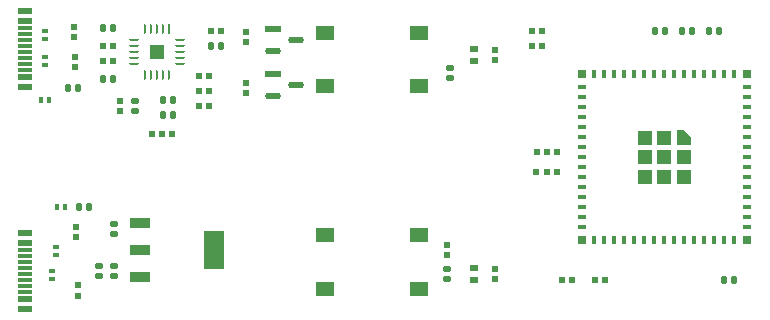
<source format=gtp>
G04*
G04 #@! TF.GenerationSoftware,Altium Limited,Altium Designer,24.10.1 (45)*
G04*
G04 Layer_Color=8421504*
%FSLAX25Y25*%
%MOIN*%
G70*
G04*
G04 #@! TF.SameCoordinates,F1117688-C2E4-4B3A-BF9F-62EBCE255B8A*
G04*
G04*
G04 #@! TF.FilePolarity,Positive*
G04*
G01*
G75*
%ADD15R,0.05104X0.05105*%
%ADD16R,0.02126X0.02362*%
%ADD17R,0.02362X0.02126*%
%ADD18R,0.02362X0.01378*%
G04:AMPARAMS|DCode=19|XSize=23.62mil|YSize=21.26mil|CornerRadius=5.63mil|HoleSize=0mil|Usage=FLASHONLY|Rotation=90.000|XOffset=0mil|YOffset=0mil|HoleType=Round|Shape=RoundedRectangle|*
%AMROUNDEDRECTD19*
21,1,0.02362,0.00999,0,0,90.0*
21,1,0.01235,0.02126,0,0,90.0*
1,1,0.01127,0.00500,0.00618*
1,1,0.01127,0.00500,-0.00618*
1,1,0.01127,-0.00500,-0.00618*
1,1,0.01127,-0.00500,0.00618*
%
%ADD19ROUNDEDRECTD19*%
G04:AMPARAMS|DCode=20|XSize=9.55mil|YSize=33.06mil|CornerRadius=4.77mil|HoleSize=0mil|Usage=FLASHONLY|Rotation=270.000|XOffset=0mil|YOffset=0mil|HoleType=Round|Shape=RoundedRectangle|*
%AMROUNDEDRECTD20*
21,1,0.00955,0.02351,0,0,270.0*
21,1,0.00000,0.03306,0,0,270.0*
1,1,0.00955,-0.01176,0.00000*
1,1,0.00955,-0.01176,0.00000*
1,1,0.00955,0.01176,0.00000*
1,1,0.00955,0.01176,0.00000*
%
%ADD20ROUNDEDRECTD20*%
%ADD21R,0.01575X0.03150*%
%ADD22R,0.00955X0.03306*%
G04:AMPARAMS|DCode=23|XSize=53.43mil|YSize=22.53mil|CornerRadius=11.26mil|HoleSize=0mil|Usage=FLASHONLY|Rotation=0.000|XOffset=0mil|YOffset=0mil|HoleType=Round|Shape=RoundedRectangle|*
%AMROUNDEDRECTD23*
21,1,0.05343,0.00000,0,0,0.0*
21,1,0.03091,0.02253,0,0,0.0*
1,1,0.02253,0.01545,0.00000*
1,1,0.02253,-0.01545,0.00000*
1,1,0.02253,-0.01545,0.00000*
1,1,0.02253,0.01545,0.00000*
%
%ADD23ROUNDEDRECTD23*%
G04:AMPARAMS|DCode=24|XSize=33.06mil|YSize=9.55mil|CornerRadius=4.77mil|HoleSize=0mil|Usage=FLASHONLY|Rotation=270.000|XOffset=0mil|YOffset=0mil|HoleType=Round|Shape=RoundedRectangle|*
%AMROUNDEDRECTD24*
21,1,0.03306,0.00000,0,0,270.0*
21,1,0.02351,0.00955,0,0,270.0*
1,1,0.00955,0.00000,-0.01176*
1,1,0.00955,0.00000,0.01176*
1,1,0.00955,0.00000,0.01176*
1,1,0.00955,0.00000,-0.01176*
%
%ADD24ROUNDEDRECTD24*%
%ADD25R,0.05343X0.02253*%
%ADD26R,0.04528X0.01181*%
%ADD27R,0.02756X0.02362*%
G04:AMPARAMS|DCode=28|XSize=23.62mil|YSize=21.26mil|CornerRadius=5.63mil|HoleSize=0mil|Usage=FLASHONLY|Rotation=0.000|XOffset=0mil|YOffset=0mil|HoleType=Round|Shape=RoundedRectangle|*
%AMROUNDEDRECTD28*
21,1,0.02362,0.00999,0,0,0.0*
21,1,0.01235,0.02126,0,0,0.0*
1,1,0.01127,0.00618,-0.00500*
1,1,0.01127,-0.00618,-0.00500*
1,1,0.01127,-0.00618,0.00500*
1,1,0.01127,0.00618,0.00500*
%
%ADD28ROUNDEDRECTD28*%
%ADD29R,0.03150X0.01575*%
%ADD30R,0.03150X0.03150*%
%ADD31R,0.04724X0.04724*%
%ADD32R,0.06102X0.05118*%
%ADD33R,0.04528X0.02362*%
%ADD34R,0.01378X0.02362*%
G04:AMPARAMS|DCode=35|XSize=125.98mil|YSize=68.9mil|CornerRadius=2.07mil|HoleSize=0mil|Usage=FLASHONLY|Rotation=90.000|XOffset=0mil|YOffset=0mil|HoleType=Round|Shape=RoundedRectangle|*
%AMROUNDEDRECTD35*
21,1,0.12598,0.06476,0,0,90.0*
21,1,0.12185,0.06890,0,0,90.0*
1,1,0.00413,0.03238,0.06093*
1,1,0.00413,0.03238,-0.06093*
1,1,0.00413,-0.03238,-0.06093*
1,1,0.00413,-0.03238,0.06093*
%
%ADD35ROUNDEDRECTD35*%
G04:AMPARAMS|DCode=36|XSize=35.43mil|YSize=68.9mil|CornerRadius=1.95mil|HoleSize=0mil|Usage=FLASHONLY|Rotation=90.000|XOffset=0mil|YOffset=0mil|HoleType=Round|Shape=RoundedRectangle|*
%AMROUNDEDRECTD36*
21,1,0.03543,0.06500,0,0,90.0*
21,1,0.03154,0.06890,0,0,90.0*
1,1,0.00390,0.03250,0.01577*
1,1,0.00390,0.03250,-0.01577*
1,1,0.00390,-0.03250,-0.01577*
1,1,0.00390,-0.03250,0.01577*
%
%ADD36ROUNDEDRECTD36*%
G36*
X241638Y64134D02*
Y68858D01*
X244000D01*
X246362Y66496D01*
Y64134D01*
X241638D01*
D02*
G37*
D15*
X68457Y95000D02*
D03*
D16*
X194998Y61800D02*
D03*
X198400D02*
D03*
X86299Y102000D02*
D03*
X89701D02*
D03*
X82299Y87000D02*
D03*
Y82000D02*
D03*
X206701Y19000D02*
D03*
X217701D02*
D03*
X214299D02*
D03*
X203299D02*
D03*
X82299Y77000D02*
D03*
X196701Y102000D02*
D03*
Y97000D02*
D03*
X85701Y82000D02*
D03*
Y77000D02*
D03*
X53701Y97000D02*
D03*
Y92000D02*
D03*
X198300Y54900D02*
D03*
D03*
X198400Y61800D02*
D03*
X193299Y102000D02*
D03*
X201702Y54900D02*
D03*
X201802Y61800D02*
D03*
X194898Y54900D02*
D03*
X50299Y97000D02*
D03*
Y92000D02*
D03*
X193299Y97000D02*
D03*
X70201Y67700D02*
D03*
D03*
X66799D02*
D03*
X85701Y87000D02*
D03*
X73602Y67700D02*
D03*
D17*
X42000Y13799D02*
D03*
Y17201D02*
D03*
X41400Y36801D02*
D03*
Y33399D02*
D03*
X98000Y98299D02*
D03*
Y101701D02*
D03*
Y81299D02*
D03*
X41100Y93501D02*
D03*
X40900Y103501D02*
D03*
X181000Y95701D02*
D03*
Y19299D02*
D03*
X56000Y78701D02*
D03*
X40900Y100099D02*
D03*
X41100Y90099D02*
D03*
X98000Y84701D02*
D03*
X165000Y27299D02*
D03*
X181000Y92299D02*
D03*
X165000Y30701D02*
D03*
X181000Y22701D02*
D03*
X56000Y75299D02*
D03*
D18*
X34900Y27341D02*
D03*
Y29900D02*
D03*
X31000Y101880D02*
D03*
Y99320D02*
D03*
Y93300D02*
D03*
X33400Y19441D02*
D03*
Y22000D02*
D03*
X31000Y90741D02*
D03*
D19*
X42000Y83000D02*
D03*
X38614D02*
D03*
X255693Y102000D02*
D03*
X246693D02*
D03*
X234307D02*
D03*
X257307Y19000D02*
D03*
X89693Y97000D02*
D03*
X50307Y103000D02*
D03*
Y86000D02*
D03*
X73693Y74000D02*
D03*
Y79000D02*
D03*
X45786Y43300D02*
D03*
X70307Y79000D02*
D03*
Y74000D02*
D03*
X53693Y103000D02*
D03*
X42400Y43300D02*
D03*
X252307Y102000D02*
D03*
X243307D02*
D03*
X237693D02*
D03*
X260693Y19000D02*
D03*
X86307Y97000D02*
D03*
X53693Y86000D02*
D03*
D20*
X76000Y91063D02*
D03*
Y93032D02*
D03*
Y96969D02*
D03*
X60917Y95000D02*
D03*
Y93032D02*
D03*
X76000Y95000D02*
D03*
Y98937D02*
D03*
X60917Y91063D02*
D03*
Y96969D02*
D03*
Y98937D02*
D03*
D21*
X240850Y32441D02*
D03*
X244197D02*
D03*
X257583D02*
D03*
X247543D02*
D03*
X237504D02*
D03*
X234157D02*
D03*
X230811D02*
D03*
X227465D02*
D03*
X224118D02*
D03*
X220772D02*
D03*
X217425D02*
D03*
X214079D02*
D03*
Y87559D02*
D03*
X217425D02*
D03*
X220772D02*
D03*
X224118D02*
D03*
X227465D02*
D03*
X230811D02*
D03*
X234157D02*
D03*
X237504D02*
D03*
X240850D02*
D03*
X244197D02*
D03*
X247543D02*
D03*
X250890D02*
D03*
X260929D02*
D03*
X257583D02*
D03*
X254236Y32441D02*
D03*
X250890D02*
D03*
X260929D02*
D03*
X254236Y87559D02*
D03*
D22*
X72396Y102541D02*
D03*
D23*
X107258Y80260D02*
D03*
Y95260D02*
D03*
X114742Y84000D02*
D03*
Y99000D02*
D03*
D24*
X72396Y87459D02*
D03*
X64522D02*
D03*
X68459Y102541D02*
D03*
Y87459D02*
D03*
X66490D02*
D03*
X70427D02*
D03*
X64522Y102541D02*
D03*
X66490D02*
D03*
X70427D02*
D03*
D25*
X107258Y102740D02*
D03*
Y87740D02*
D03*
D26*
X24484Y15110D02*
D03*
Y26921D02*
D03*
Y89110D02*
D03*
Y100921D02*
D03*
Y22984D02*
D03*
Y19047D02*
D03*
Y24953D02*
D03*
Y21016D02*
D03*
Y96984D02*
D03*
Y93047D02*
D03*
Y98953D02*
D03*
Y95016D02*
D03*
Y102890D02*
D03*
Y91079D02*
D03*
Y17079D02*
D03*
Y28890D02*
D03*
D27*
X174000Y92130D02*
D03*
Y22870D02*
D03*
Y95870D02*
D03*
Y19130D02*
D03*
D28*
X61000Y78693D02*
D03*
X166000Y86307D02*
D03*
X165000Y19307D02*
D03*
X61000Y75307D02*
D03*
X54000Y34307D02*
D03*
Y23693D02*
D03*
X49000D02*
D03*
X165000Y22693D02*
D03*
X166000Y89693D02*
D03*
X54000Y37693D02*
D03*
Y20307D02*
D03*
X49000D02*
D03*
D29*
X209945Y36575D02*
D03*
Y46614D02*
D03*
Y39921D02*
D03*
Y43268D02*
D03*
Y49961D02*
D03*
Y53307D02*
D03*
Y63346D02*
D03*
Y66693D02*
D03*
Y70039D02*
D03*
Y73386D02*
D03*
Y76732D02*
D03*
Y80079D02*
D03*
Y83425D02*
D03*
X265063D02*
D03*
Y80079D02*
D03*
Y63346D02*
D03*
Y76732D02*
D03*
Y70039D02*
D03*
Y73386D02*
D03*
Y66693D02*
D03*
Y46614D02*
D03*
Y43268D02*
D03*
Y56654D02*
D03*
Y60000D02*
D03*
Y53307D02*
D03*
Y49961D02*
D03*
Y36575D02*
D03*
Y39921D02*
D03*
X209945Y56654D02*
D03*
Y60000D02*
D03*
D30*
X265063Y87559D02*
D03*
X209945D02*
D03*
X265063Y32441D02*
D03*
X209945D02*
D03*
D31*
X237504Y66496D02*
D03*
X231008D02*
D03*
X244000Y60000D02*
D03*
X237504D02*
D03*
X244000Y53504D02*
D03*
X237504D02*
D03*
X231008Y60000D02*
D03*
Y53504D02*
D03*
D32*
X155650Y101358D02*
D03*
X124350D02*
D03*
X155650Y33858D02*
D03*
X124350D02*
D03*
X155650Y16142D02*
D03*
X124350D02*
D03*
Y83642D02*
D03*
X155650D02*
D03*
D33*
X24484Y108598D02*
D03*
Y83402D02*
D03*
Y34598D02*
D03*
Y9402D02*
D03*
Y31449D02*
D03*
Y12551D02*
D03*
Y105449D02*
D03*
Y86551D02*
D03*
D34*
X35120Y43300D02*
D03*
X29720Y79000D02*
D03*
X37680Y43300D02*
D03*
X32280Y79000D02*
D03*
D35*
X87303Y29000D02*
D03*
D36*
X62697D02*
D03*
Y38055D02*
D03*
Y19945D02*
D03*
M02*

</source>
